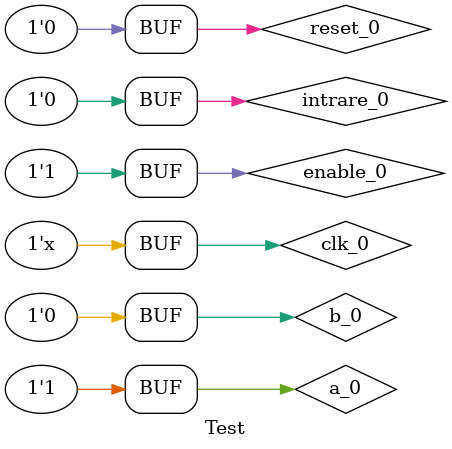
<source format=v>
`timescale 1ns / 1ps


module Test();
    
    reg a_0, b_0, clk_0, enable_0, intrare_0, reset_0;
    wire iesire_0;
    
    design_1_wrapper pipeline(a_0, b_0, clk_0, enable_0, iesire_0, intrare_0, reset_0);
    
    initial begin
    
    clk_0 = 0; reset_0 = 1; enable_0 = 0; 
    #10 reset_0 = 0; enable_0 = 1;
    #15 a_0 = 1; b_0 = 1; intrare_0 = 0;
    #50 a_0 = 0; b_0 = 1; intrare_0 = 1;
    #50 a_0 = 1; b_0 = 1; intrare_0 = 0;
    #50 a_0 = 0; b_0 = 1; intrare_0 = 1;
    #50 a_0 = 1; b_0 = 0; intrare_0 = 0;

    end
    always
    #25 clk_0 = ~clk_0;
endmodule
</source>
